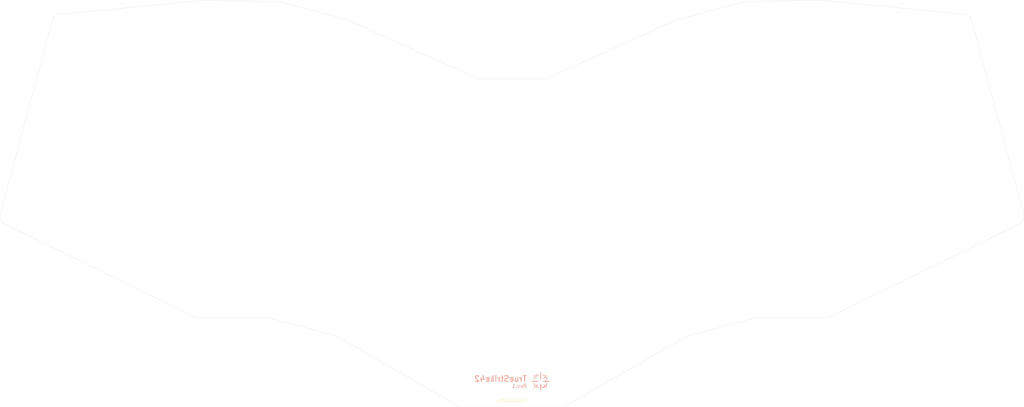
<source format=kicad_pcb>
(kicad_pcb (version 20240108) (generator "pcbnew") (generator_version "8.0")
  (layers (0 "F.Cu" signal) (31 "B.Cu" signal) (34 "B.Paste" user) (35 "F.Paste" user) (36 "B.SilkS" user "B.Silkscreen") (37 "F.SilkS" user "F.Silkscreen") (38 "B.Mask" user) (39 "F.Mask" user) (44 "Edge.Cuts" user))
  (net 0 "")
  (footprint "MountingHole:MountingHole_2.2mm_M2" (layer "F.Cu") (at 42.951057 54.652518)
    (property "Reference" "REF**" (hide yes))
    (property "Value" "MountingHole_2.2mm_M2" (hide yes))
    (pad "" np_thru_hole circle (at 0 0) (size 2.2 2.2) (drill 2.2) (layers "F&B.Cu" "*.Mask"))
  )
  (footprint "MountingHole:MountingHole_2.2mm_M2" (layer "F.Cu") (at 191.161059 127.532514)
    (property "Reference" "REF**" (hide yes))
    (property "Value" "MountingHole_2.2mm_M2" (hide yes))
    (pad "" np_thru_hole circle (at 0 0) (size 2.2 2.2) (drill 2.2) (layers "F&B.Cu" "*.Mask"))
  )
  (footprint "MountingHole:MountingHole_3.2mm_M3" (layer "F.Cu") (at 148.69 119.54)
    (property "Reference" "REF**" (hide yes))
    (property "Value" "MountingHole_3.2mm_M3" (hide yes))
    (pad "" np_thru_hole circle (at 0 0) (size 3.2 3.2) (drill 3.2) (layers "*.Cu" "*.Mask"))
  )
  (footprint "MountingHole:MountingHole_2.2mm_M2" (layer "F.Cu") (at 263.651057 112.952516)
    (property "Reference" "REF**" (hide yes))
    (property "Value" "MountingHole_2.2mm_M2" (hide yes))
    (pad "" np_thru_hole circle (at 0 0) (size 2.2 2.2) (drill 2.2) (layers "F&B.Cu" "*.Mask"))
  )
  (footprint "MountingHole:MountingHole_2.2mm_M2" (layer "F.Cu") (at 105.651055 58.252515)
    (property "Reference" "REF**" (hide yes))
    (property "Value" "MountingHole_2.2mm_M2" (hide yes))
    (pad "" np_thru_hole circle (at 0 0) (size 2.2 2.2) (drill 2.2) (layers "F&B.Cu" "*.Mask"))
  )
  (footprint "MountingHole:MountingHole_2.2mm_M2" (layer "F.Cu") (at 106.141061 127.532513)
    (property "Reference" "REF**" (hide yes))
    (property "Value" "MountingHole_2.2mm_M2" (hide yes))
    (pad "" np_thru_hole circle (at 0 0) (size 2.2 2.2) (drill 2.2) (layers "F&B.Cu" "*.Mask"))
  )
  (footprint "MountingHole:MountingHole_2.2mm_M2" (layer "F.Cu") (at 254.35106 54.652513)
    (property "Reference" "REF**" (hide yes))
    (property "Value" "MountingHole_2.2mm_M2" (hide yes))
    (pad "" np_thru_hole circle (at 0 0) (size 2.2 2.2) (drill 2.2) (layers "F&B.Cu" "*.Mask"))
  )
  (footprint "MountingHole:MountingHole_2.2mm_M2" (layer "F.Cu") (at 33.651056 112.952514)
    (property "Reference" "REF**" (hide yes))
    (property "Value" "MountingHole_2.2mm_M2" (hide yes))
    (pad "" np_thru_hole circle (at 0 0) (size 2.2 2.2) (drill 2.2) (layers "F&B.Cu" "*.Mask"))
  )
  (footprint "MountingHole:MountingHole_2.2mm_M2" (layer "F.Cu") (at 191.651059 58.252514)
    (property "Reference" "REF**" (hide yes))
    (property "Value" "MountingHole_2.2mm_M2" (hide yes))
    (pad "" np_thru_hole circle (at 0 0) (size 2.2 2.2) (drill 2.2) (layers "F&B.Cu" "*.Mask"))
  )
  (footprint "project-specific-library:True-Strike-icon" (layer "B.Cu") (at 156.39 150.53 180)
    (property "Reference" "G***" (hide yes))
    (property "Value" "LOGO" (hide yes))
  )
  (gr_line (start 25.693868 53.954841) (end 11.81819 105.676136) (stroke (width 0.05)) (layer "Edge.Cuts"))
  (gr_line (start 83.169805 133.352525) (end 101.719811 138.352536) (stroke (width 0.05)) (layer "Edge.Cuts"))
  (gr_line (start 139.819817 69.53) (end 104.619804 53.702527) (stroke (width 0.05)) (layer "Edge.Cuts"))
  (gr_arc (start 269.869801 52.202534) (mid 271.079924 52.772623) (end 271.705846 53.954841) (stroke (width 0.05)) (layer "Edge.Cuts"))
  (gr_line (start 162.519815 157.402522) (end 195.619801 138.352522) (stroke (width 0.05)) (layer "Edge.Cuts"))
  (gr_arc (start 285.571423 105.676127) (mid 285.45371 107.192582) (end 284.469816 108.352529) (stroke (width 0.05)) (layer "Edge.Cuts"))
  (gr_line (start 86.219798 48.752527) (end 66.619807 48.452528) (stroke (width 0.05)) (layer "Edge.Cuts"))
  (gr_line (start 214.219807 133.402529) (end 233.319812 133.402523) (stroke (width 0.05)) (layer "Edge.Cuts"))
  (gr_arc (start 12.919802 108.352522) (mid 11.935906 107.192592) (end 11.81819 105.676136) (stroke (width 0.05)) (layer "Edge.Cuts"))
  (gr_line (start 285.571423 105.676127) (end 271.705846 53.954841) (stroke (width 0.05)) (layer "Edge.Cuts"))
  (gr_line (start 233.319812 133.402523) (end 284.469816 108.352529) (stroke (width 0.05)) (layer "Edge.Cuts"))
  (gr_line (start 269.869801 52.202534) (end 230.819811 48.402526) (stroke (width 0.05)) (layer "Edge.Cuts"))
  (gr_line (start 157.619795 69.530004) (end 139.819817 69.53) (stroke (width 0.05)) (layer "Edge.Cuts"))
  (gr_line (start 195.619801 138.352522) (end 214.219807 133.402529) (stroke (width 0.05)) (layer "Edge.Cuts"))
  (gr_line (start 12.919802 108.352522) (end 64.019808 133.352527) (stroke (width 0.05)) (layer "Edge.Cuts"))
  (gr_line (start 134.769817 157.402529) (end 162.519815 157.402522) (stroke (width 0.05)) (layer "Edge.Cuts"))
  (gr_line (start 101.719811 138.352536) (end 134.769817 157.402529) (stroke (width 0.05)) (layer "Edge.Cuts"))
  (gr_arc (start 25.693868 53.954841) (mid 26.319794 52.772631) (end 27.529914 52.202529) (stroke (width 0.05)) (layer "Edge.Cuts"))
  (gr_line (start 192.769801 53.702532) (end 157.619795 69.530004) (stroke (width 0.05)) (layer "Edge.Cuts"))
  (gr_line (start 66.619807 48.452528) (end 27.529914 52.202529) (stroke (width 0.05)) (layer "Edge.Cuts"))
  (gr_line (start 230.819811 48.402526) (end 211.169809 48.752518) (stroke (width 0.05)) (layer "Edge.Cuts"))
  (gr_line (start 64.019808 133.352527) (end 83.169805 133.352525) (stroke (width 0.05)) (layer "Edge.Cuts"))
  (gr_line (start 211.169809 48.752518) (end 192.769801 53.702532) (stroke (width 0.05)) (layer "Edge.Cuts"))
  (gr_line (start 104.619804 53.702527) (end 86.219798 48.752527) (stroke (width 0.05)) (layer "Edge.Cuts"))
  (gr_text "TrueStrike42" (at 152.832734 150.715631 0) (layer "B.SilkS") (effects (font (size 1.5 1.5) (thickness 0.3) (bold yes)) (justify left bottom mirror)))
  (gr_text "Rev.1" (at 152.805 152.364647 0) (layer "B.SilkS") (effects (font (size 1 1) (thickness 0.16)) (justify left bottom mirror)))
  (gr_text "JLCJLCJLCJLC" (at 148.700238 156.062119 -0) (layer "F.SilkS") (effects (font (size 0.8 0.8) (thickness 0.1)) (justify bottom)))
)
</source>
